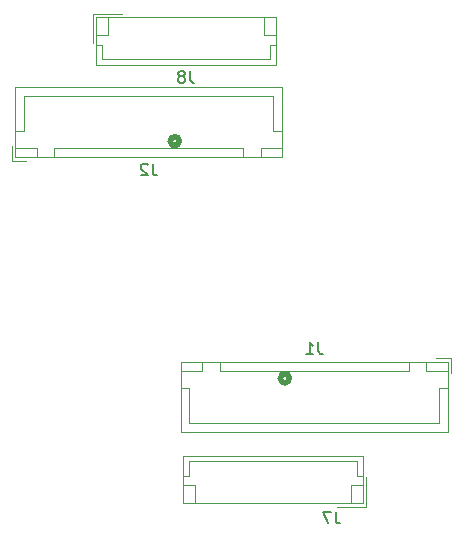
<source format=gbr>
%TF.GenerationSoftware,KiCad,Pcbnew,9.0.0*%
%TF.CreationDate,2025-03-17T17:34:53-07:00*%
%TF.ProjectId,Motor_Joint_Splitter,4d6f746f-725f-44a6-9f69-6e745f53706c,rev?*%
%TF.SameCoordinates,Original*%
%TF.FileFunction,Legend,Bot*%
%TF.FilePolarity,Positive*%
%FSLAX46Y46*%
G04 Gerber Fmt 4.6, Leading zero omitted, Abs format (unit mm)*
G04 Created by KiCad (PCBNEW 9.0.0) date 2025-03-17 17:34:53*
%MOMM*%
%LPD*%
G01*
G04 APERTURE LIST*
%ADD10C,0.150000*%
%ADD11C,0.508000*%
%ADD12C,0.120000*%
G04 APERTURE END LIST*
D10*
X177833333Y-103454819D02*
X177833333Y-104169104D01*
X177833333Y-104169104D02*
X177880952Y-104311961D01*
X177880952Y-104311961D02*
X177976190Y-104407200D01*
X177976190Y-104407200D02*
X178119047Y-104454819D01*
X178119047Y-104454819D02*
X178214285Y-104454819D01*
X177452380Y-103454819D02*
X176785714Y-103454819D01*
X176785714Y-103454819D02*
X177214285Y-104454819D01*
X162333333Y-74004819D02*
X162333333Y-74719104D01*
X162333333Y-74719104D02*
X162380952Y-74861961D01*
X162380952Y-74861961D02*
X162476190Y-74957200D01*
X162476190Y-74957200D02*
X162619047Y-75004819D01*
X162619047Y-75004819D02*
X162714285Y-75004819D01*
X161904761Y-74100057D02*
X161857142Y-74052438D01*
X161857142Y-74052438D02*
X161761904Y-74004819D01*
X161761904Y-74004819D02*
X161523809Y-74004819D01*
X161523809Y-74004819D02*
X161428571Y-74052438D01*
X161428571Y-74052438D02*
X161380952Y-74100057D01*
X161380952Y-74100057D02*
X161333333Y-74195295D01*
X161333333Y-74195295D02*
X161333333Y-74290533D01*
X161333333Y-74290533D02*
X161380952Y-74433390D01*
X161380952Y-74433390D02*
X161952380Y-75004819D01*
X161952380Y-75004819D02*
X161333333Y-75004819D01*
X165488333Y-66177119D02*
X165488333Y-66891404D01*
X165488333Y-66891404D02*
X165535952Y-67034261D01*
X165535952Y-67034261D02*
X165631190Y-67129500D01*
X165631190Y-67129500D02*
X165774047Y-67177119D01*
X165774047Y-67177119D02*
X165869285Y-67177119D01*
X164869285Y-66605690D02*
X164964523Y-66558071D01*
X164964523Y-66558071D02*
X165012142Y-66510452D01*
X165012142Y-66510452D02*
X165059761Y-66415214D01*
X165059761Y-66415214D02*
X165059761Y-66367595D01*
X165059761Y-66367595D02*
X165012142Y-66272357D01*
X165012142Y-66272357D02*
X164964523Y-66224738D01*
X164964523Y-66224738D02*
X164869285Y-66177119D01*
X164869285Y-66177119D02*
X164678809Y-66177119D01*
X164678809Y-66177119D02*
X164583571Y-66224738D01*
X164583571Y-66224738D02*
X164535952Y-66272357D01*
X164535952Y-66272357D02*
X164488333Y-66367595D01*
X164488333Y-66367595D02*
X164488333Y-66415214D01*
X164488333Y-66415214D02*
X164535952Y-66510452D01*
X164535952Y-66510452D02*
X164583571Y-66558071D01*
X164583571Y-66558071D02*
X164678809Y-66605690D01*
X164678809Y-66605690D02*
X164869285Y-66605690D01*
X164869285Y-66605690D02*
X164964523Y-66653309D01*
X164964523Y-66653309D02*
X165012142Y-66700928D01*
X165012142Y-66700928D02*
X165059761Y-66796166D01*
X165059761Y-66796166D02*
X165059761Y-66986642D01*
X165059761Y-66986642D02*
X165012142Y-67081880D01*
X165012142Y-67081880D02*
X164964523Y-67129500D01*
X164964523Y-67129500D02*
X164869285Y-67177119D01*
X164869285Y-67177119D02*
X164678809Y-67177119D01*
X164678809Y-67177119D02*
X164583571Y-67129500D01*
X164583571Y-67129500D02*
X164535952Y-67081880D01*
X164535952Y-67081880D02*
X164488333Y-66986642D01*
X164488333Y-66986642D02*
X164488333Y-66796166D01*
X164488333Y-66796166D02*
X164535952Y-66700928D01*
X164535952Y-66700928D02*
X164583571Y-66653309D01*
X164583571Y-66653309D02*
X164678809Y-66605690D01*
X176333333Y-89129819D02*
X176333333Y-89844104D01*
X176333333Y-89844104D02*
X176380952Y-89986961D01*
X176380952Y-89986961D02*
X176476190Y-90082200D01*
X176476190Y-90082200D02*
X176619047Y-90129819D01*
X176619047Y-90129819D02*
X176714285Y-90129819D01*
X175333333Y-90129819D02*
X175904761Y-90129819D01*
X175619047Y-90129819D02*
X175619047Y-89129819D01*
X175619047Y-89129819D02*
X175714285Y-89272676D01*
X175714285Y-89272676D02*
X175809523Y-89367914D01*
X175809523Y-89367914D02*
X175904761Y-89415533D01*
D11*
%TO.C,J6*%
X173907600Y-92170300D02*
G75*
G02*
X173145600Y-92170300I-381000J0D01*
G01*
X173145600Y-92170300D02*
G75*
G02*
X173907600Y-92170300I381000J0D01*
G01*
%TO.C,J4*%
X164587000Y-72102000D02*
G75*
G02*
X163825000Y-72102000I-381000J0D01*
G01*
X163825000Y-72102000D02*
G75*
G02*
X164587000Y-72102000I381000J0D01*
G01*
D12*
%TO.C,J7*%
X164890000Y-98712300D02*
X180110000Y-98712300D01*
X164890000Y-101232300D02*
X165890000Y-101232300D01*
X164890000Y-102732300D02*
X164890000Y-98712300D01*
X165390000Y-99212300D02*
X165390000Y-100422300D01*
X165390000Y-100422300D02*
X164890000Y-100422300D01*
X165890000Y-101232300D02*
X165890000Y-102732300D01*
X179110000Y-101232300D02*
X179110000Y-102732300D01*
X179610000Y-99212300D02*
X165390000Y-99212300D01*
X179610000Y-100422300D02*
X179610000Y-99212300D01*
X180110000Y-98712300D02*
X180110000Y-102732300D01*
X180110000Y-100422300D02*
X179610000Y-100422300D01*
X180110000Y-101232300D02*
X179110000Y-101232300D01*
X180110000Y-102732300D02*
X164890000Y-102732300D01*
X180410000Y-100532300D02*
X180410000Y-103032300D01*
X180410000Y-103032300D02*
X177910000Y-103032300D01*
%TO.C,J2*%
X150400000Y-73750000D02*
X150400000Y-72500000D01*
X150690000Y-67490000D02*
X173310000Y-67490000D01*
X150690000Y-73460000D02*
X150690000Y-67490000D01*
X150700000Y-71200000D02*
X151450000Y-71200000D01*
X150700000Y-72700000D02*
X152500000Y-72700000D01*
X150700000Y-73450000D02*
X150700000Y-72700000D01*
X151450000Y-68250000D02*
X162000000Y-68250000D01*
X151450000Y-71200000D02*
X151450000Y-68250000D01*
X151650000Y-73750000D02*
X150400000Y-73750000D01*
X152500000Y-72700000D02*
X152500000Y-73450000D01*
X152500000Y-73450000D02*
X150700000Y-73450000D01*
X154000000Y-72700000D02*
X170000000Y-72700000D01*
X154000000Y-73450000D02*
X154000000Y-72700000D01*
X170000000Y-72700000D02*
X170000000Y-73450000D01*
X170000000Y-73450000D02*
X154000000Y-73450000D01*
X171500000Y-72700000D02*
X173300000Y-72700000D01*
X171500000Y-73450000D02*
X171500000Y-72700000D01*
X172550000Y-68250000D02*
X162000000Y-68250000D01*
X172550000Y-71200000D02*
X172550000Y-68250000D01*
X173300000Y-71200000D02*
X172550000Y-71200000D01*
X173300000Y-72700000D02*
X173300000Y-73450000D01*
X173300000Y-73450000D02*
X171500000Y-73450000D01*
X173310000Y-67490000D02*
X173310000Y-73460000D01*
X173310000Y-73460000D02*
X150690000Y-73460000D01*
%TO.C,J8*%
X157245000Y-61312300D02*
X159745000Y-61312300D01*
X157245000Y-63812300D02*
X157245000Y-61312300D01*
X157545000Y-61612300D02*
X172765000Y-61612300D01*
X157545000Y-63112300D02*
X158545000Y-63112300D01*
X157545000Y-63922300D02*
X158045000Y-63922300D01*
X157545000Y-65632300D02*
X157545000Y-61612300D01*
X158045000Y-63922300D02*
X158045000Y-65132300D01*
X158045000Y-65132300D02*
X172265000Y-65132300D01*
X158545000Y-63112300D02*
X158545000Y-61612300D01*
X171765000Y-63112300D02*
X171765000Y-61612300D01*
X172265000Y-63922300D02*
X172765000Y-63922300D01*
X172265000Y-65132300D02*
X172265000Y-63922300D01*
X172765000Y-61612300D02*
X172765000Y-65632300D01*
X172765000Y-63112300D02*
X171765000Y-63112300D01*
X172765000Y-65632300D02*
X157545000Y-65632300D01*
%TO.C,J1*%
X164690000Y-90765000D02*
X187310000Y-90765000D01*
X164690000Y-96735000D02*
X164690000Y-90765000D01*
X164700000Y-90775000D02*
X166500000Y-90775000D01*
X164700000Y-91525000D02*
X164700000Y-90775000D01*
X164700000Y-93025000D02*
X165450000Y-93025000D01*
X165450000Y-93025000D02*
X165450000Y-95975000D01*
X165450000Y-95975000D02*
X176000000Y-95975000D01*
X166500000Y-90775000D02*
X166500000Y-91525000D01*
X166500000Y-91525000D02*
X164700000Y-91525000D01*
X168000000Y-90775000D02*
X184000000Y-90775000D01*
X168000000Y-91525000D02*
X168000000Y-90775000D01*
X184000000Y-90775000D02*
X184000000Y-91525000D01*
X184000000Y-91525000D02*
X168000000Y-91525000D01*
X185500000Y-90775000D02*
X187300000Y-90775000D01*
X185500000Y-91525000D02*
X185500000Y-90775000D01*
X186350000Y-90475000D02*
X187600000Y-90475000D01*
X186550000Y-93025000D02*
X186550000Y-95975000D01*
X186550000Y-95975000D02*
X176000000Y-95975000D01*
X187300000Y-90775000D02*
X187300000Y-91525000D01*
X187300000Y-91525000D02*
X185500000Y-91525000D01*
X187300000Y-93025000D02*
X186550000Y-93025000D01*
X187310000Y-90765000D02*
X187310000Y-96735000D01*
X187310000Y-96735000D02*
X164690000Y-96735000D01*
X187600000Y-90475000D02*
X187600000Y-91725000D01*
%TD*%
M02*

</source>
